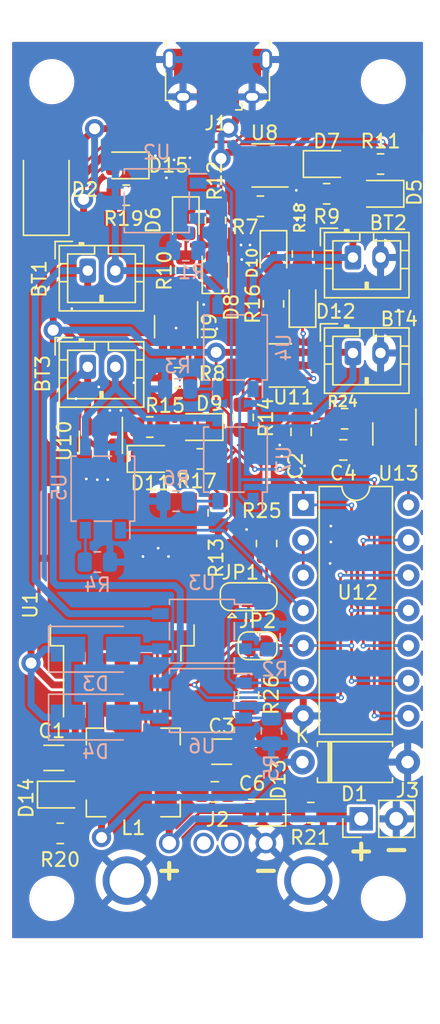
<source format=kicad_pcb>
(kicad_pcb (version 20211014) (generator pcbnew)
  (layers (0 "F.Cu" signal) (31 "B.Cu" signal) (34 "B.Paste" user) (35 "F.Paste" user) (36 "B.SilkS" user "B.Silkscreen") (37 "F.SilkS" user "F.Silkscreen") (38 "B.Mask" user) (39 "F.Mask" user) (44 "Edge.Cuts" user))
  (net 0 "")
  (net 1 "BT1")
  (net 2 "Net-(BT1-Pad2)")
  (net 3 "BT2")
  (net 4 "GND")
  (net 5 "BT3")
  (net 6 "Net-(BT3-Pad2)")
  (net 7 "BT4")
  (net 8 "VRAW")
  (net 9 "5V")
  (net 10 "Net-(C4-Pad1)")
  (net 11 "Net-(D1-Pad1)")
  (net 12 "VBUS")
  (net 13 "Net-(D3-Pad2)")
  (net 14 "Net-(D4-Pad2)")
  (net 15 "Net-(D5-Pad2)")
  (net 16 "Net-(D6-Pad2)")
  (net 17 "Net-(D7-Pad1)")
  (net 18 "Net-(D7-Pad2)")
  (net 19 "Net-(D8-Pad1)")
  (net 20 "Net-(D8-Pad2)")
  (net 21 "Net-(D9-Pad2)")
  (net 22 "Net-(D10-Pad2)")
  (net 23 "Net-(D11-Pad1)")
  (net 24 "Net-(D11-Pad2)")
  (net 25 "Net-(D12-Pad1)")
  (net 26 "Net-(D12-Pad2)")
  (net 30 "Net-(R1-Pad1)")
  (net 31 "Net-(R2-Pad1)")
  (net 32 "Net-(R3-Pad1)")
  (net 33 "Net-(R4-Pad1)")
  (net 34 "Net-(R5-Pad1)")
  (net 35 "Net-(R6-Pad1)")
  (net 36 "Net-(R7-Pad1)")
  (net 37 "Net-(R8-Pad1)")
  (net 38 "Net-(R13-Pad1)")
  (net 39 "Net-(R14-Pad1)")
  (net 40 "Net-(R24-Pad2)")
  (net 41 "Net-(JP1-Pad3)")
  (net 42 "REG_EN")
  (net 43 "GND_CONN")
  (net 44 "VRAW_CONN")
  (net 45 "CROSS_CONN")
  (net 46 "Net-(U12-Pad2)")
  (net 47 "Net-(U12-Pad10)")
  (net 48 "Net-(U12-Pad14)")
  (net 51 "Net-(D13-Pad1)")
  (net 52 "Net-(D14-Pad1)")
  (net 53 "Net-(D15-Pad1)")
  (footprint "LED_SMD:LED_0805_2012Metric" (layer "F.Cu") (at 26.8 11.1 180)
    (fp_text reference "D5")
    (fp_text value "GREEN")
  )
  (footprint "Connector_PinHeader_2.54mm:PinHeader_1x02_P2.54mm_Vertical" (layer "F.Cu") (at 25.4 56.25 90)
    (fp_text reference "J3")
    (fp_text value "Conn_01x02_Male")
  )
  (footprint "Resistor_SMD:R_0805_2012Metric" (layer "F.Cu") (at 15.05 34.15 -90)
    (fp_text reference "R13")
    (fp_text value "10k")
  )
  (footprint "Jumper:SolderJumper-3_P1.3mm_Open_RoundedPad1.0x1.5mm" (layer "F.Cu") (at 17.25 40.2)
    (fp_text reference "JP1")
    (fp_text value "Jumper_3_Open")
  )
  (footprint "LED_SMD:LED_0805_2012Metric" (layer "F.Cu") (at 13.7 27.95 180)
    (fp_text reference "D9")
    (fp_text value "GREEN")
  )
  (footprint "Jumper:SolderJumper-2_P1.3mm_Bridged_RoundedPad1.0x1.5mm" (layer "F.Cu") (at 17.9 43.75)
    (fp_text reference "JP2")
    (fp_text value "Jumper_2_Bridged")
  )
  (footprint "Resistor_SMD:R_0805_2012Metric" (layer "F.Cu") (at 19.05 19.05 -90)
    (fp_text reference "R16")
    (fp_text value "470")
  )
  (footprint "Capacitor_SMD:C_0805_2012Metric" (layer "F.Cu") (at 21.05 28.3 -90)
    (fp_text reference "C2")
    (fp_text value "0.1uF")
  )
  (footprint "Package_TO_SOT_SMD:SOT-23-5" (layer "F.Cu") (at 6.55 29.05 -90)
    (fp_text reference "U10")
    (fp_text value "MCP73831-2-OT")
  )
  (footprint "Resistor_SMD:R_0805_2012Metric" (layer "F.Cu") (at 3.6125 57.3)
    (fp_text reference "R20")
    (fp_text value "1k")
  )
  (footprint "Capacitor_SMD:C_1206_3216Metric" (layer "F.Cu") (at 3.15 51.85 180)
    (fp_text reference "C1")
    (fp_text value "100uF")
  )
  (footprint "Resistor_SMD:R_0805_2012Metric" (layer "F.Cu") (at 16.85 27.25 -90)
    (fp_text reference "R14")
    (fp_text value "10k")
  )
  (footprint "Diode_THT:D_A-405_P7.62mm_Horizontal" (layer "F.Cu") (at 21.14 52.15)
    (fp_text reference "D1")
    (fp_text value "D_Zener")
  )
  (footprint "Resistor_SMD:R_0805_2012Metric" (layer "F.Cu") (at 24.2 27.35)
    (fp_text reference "R24")
    (fp_text value "10k")
  )
  (footprint "LED_SMD:LED_0805_2012Metric" (layer "F.Cu") (at 10.15 30.25)
    (fp_text reference "D11")
    (fp_text value "ORANGE")
  )
  (footprint "Connector_JST:JST_PH_B2B-PH-K_1x02_P2.00mm_Vertical" (layer "F.Cu") (at 5.6 16.65)
    (fp_text reference "BT1")
    (fp_text value "Battery_Cell")
  )
  (footprint "Resistor_SMD:R_0805_2012Metric" (layer "F.Cu") (at 26.8 8.95)
    (fp_text reference "R11")
    (fp_text value "470")
  )
  (footprint "Resistor_SMD:R_0805_2012Metric" (layer "F.Cu") (at 18.55 36.3625 -90)
    (fp_text reference "R25")
    (fp_text value "1k")
  )
  (footprint "LED_SMD:LED_0805_2012Metric" (layer "F.Cu") (at 8.35 9.05 180)
    (fp_text reference "D15")
    (fp_text value "RED")
  )
  (footprint "Package_TO_SOT_SMD:SOT-23-5" (layer "F.Cu") (at 27.8 28.45 -90)
    (fp_text reference "U13")
    (fp_text value "LD3985M33R_SOT23")
  )
  (footprint "Library:USB-A1HS" (layer "F.Cu") (at 15 58)
    (fp_text reference "J2")
    (fp_text value "USB_A")
  )
  (footprint "Inductor_SMD:L_Bourns-SRN6028" (layer "F.Cu") (at 8.9 52.9)
    (fp_text reference "L1")
    (fp_text value "47uH")
  )
  (footprint "Package_TO_SOT_SMD:SOT-23-5" (layer "F.Cu") (at 19.55 23.5 180)
    (fp_text reference "U11")
    (fp_text value "MCP73831-2-OT")
  )
  (footprint "Resistor_SMD:R_0805_2012Metric" (layer "F.Cu") (at 12.7 16.6125 -90)
    (fp_text reference "R10")
    (fp_text value "470")
  )
  (footprint "Resistor_SMD:R_0805_2012Metric" (layer "F.Cu") (at 21.75 55.8)
    (fp_text reference "R21")
    (fp_text value "1k")
  )
  (footprint "Package_TO_SOT_SMD:TO-263-5_TabPin3" (layer "F.Cu") (at 8.1 40.8 90)
    (fp_text reference "U1")
    (fp_text value "TS2596CM550")
  )
  (footprint "Resistor_SMD:R_0805_2012Metric" (layer "F.Cu") (at 17.25 47.3 -90)
    (fp_text reference "R26")
    (fp_text value "10k")
  )
  (footprint "LED_SMD:LED_0805_2012Metric" (layer "F.Cu") (at 14.85 16.6125 90)
    (fp_text reference "D8")
    (fp_text value "ORANGE")
  )
  (footprint "Resistor_SMD:R_0805_2012Metric" (layer "F.Cu") (at 8.3875 11.2 180)
    (fp_text reference "R19")
    (fp_text value "1k")
  )
  (footprint "Capacitor_SMD:C_1206_3216Metric" (layer "F.Cu") (at 15.3 51.4)
    (fp_text reference "C3")
    (fp_text value "100uF")
  )
  (footprint "Resistor_SMD:R_0805_2012Metric" (layer "F.Cu") (at 18.1 12)
    (fp_text reference "R7")
    (fp_text value "10k")
  )
  (footprint "Diode_SMD:D_SMA" (layer "F.Cu") (at 2.6 10.7 90)
    (fp_text reference "D2")
    (fp_text value "D")
  )
  (footprint "Connector_JST:JST_PH_B2B-PH-K_1x02_P2.00mm_Vertical" (layer "F.Cu") (at 5.6 23.6)
    (fp_text reference "BT3")
    (fp_text value "Battery_Cell")
  )
  (footprint "Package_TO_SOT_SMD:SOT-23-5" (layer "F.Cu") (at 12 20.7 -90)
    (fp_text reference "U9")
    (fp_text value "MCP73831-2-OT")
  )
  (footprint "LED_SMD:LED_0805_2012Metric" (layer "F.Cu") (at 3.65 54.5)
    (fp_text reference "D14")
    (fp_text value "RED")
  )
  (footprint "Connector_JST:JST_PH_B2B-PH-K_1x02_P2.00mm_Vertical" (layer "F.Cu") (at 24.8 15.7)
    (fp_text reference "BT2")
    (fp_text value "Battery_Cell")
  )
  (footprint "LED_SMD:LED_0805_2012Metric" (layer "F.Cu") (at 12.7 13.0125 -90)
    (fp_text reference "D6")
    (fp_text value "GREEN")
  )
  (footprint "Package_DIP:DIP-14_W7.62mm" (layer "F.Cu") (at 21.2 33.575)
    (fp_text reference "U12")
    (fp_text value "CD40106BE")
  )
  (footprint "LED_SMD:LED_0805_2012Metric" (layer "F.Cu") (at 22.9 8.95)
    (fp_text reference "D7")
    (fp_text value "ORANGE")
  )
  (footprint "Capacitor_SMD:C_0805_2012Metric" (layer "F.Cu") (at 24.1 29.6 180)
    (fp_text reference "C4")
    (fp_text value "10n")
  )
  (footprint "Resistor_SMD:R_0805_2012Metric" (layer "F.Cu") (at 21.15 15.45 90)
    (fp_text reference "R18")
    (fp_text value "470")
  )
  (footprint "Resistor_SMD:R_0805_2012Metric" (layer "F.Cu") (at 14.85 13.0125 90)
    (fp_text reference "R12")
    (fp_text value "470")
  )
  (footprint "LED_SMD:LED_0805_2012Metric" (layer "F.Cu") (at 19.05 15.45 -90)
    (fp_text reference "D10")
    (fp_text value "GREEN")
  )
  (footprint "LED_SMD:LED_0805_2012Metric" (layer "F.Cu") (at 21.15 19.05 90)
    (fp_text reference "D12")
    (fp_text value "ORANGE")
  )
  (footprint "Resistor_SMD:R_0805_2012Metric" (layer "F.Cu") (at 12.1 24.4 180)
    (fp_text reference "R8")
    (fp_text value "10k")
  )
  (footprint "Resistor_SMD:R_0805_2012Metric" (layer "F.Cu") (at 13.75 30.25)
    (fp_text reference "R17")
    (fp_text value "470")
  )
  (footprint "Package_TO_SOT_SMD:SOT-23-5" (layer "F.Cu") (at 18.3 9.05 180)
    (fp_text reference "U8")
    (fp_text value "MCP73831-2-OT")
  )
  (footprint "Connector_USB:USB_Micro-B_Amphenol_10118194_Horizontal" (layer "F.Cu") (at 15 2.7 180)
    (fp_text reference "J1")
    (fp_text value "USB_B_Micro")
  )
  (footprint "LED_SMD:LED_0805_2012Metric" (layer "F.Cu") (at 18.25 55.8 180)
    (fp_text reference "D13")
    (fp_text value "RED")
  )
  (footprint "Connector_JST:JST_PH_B2B-PH-K_1x02_P2.00mm_Vertical" (layer "F.Cu") (at 24.8 22.6)
    (fp_text reference "BT4")
    (fp_text value "Battery_Cell")
  )
  (footprint "Resistor_SMD:R_0805_2012Metric" (layer "F.Cu") (at 22.9 11.1 180)
    (fp_text reference "R9")
    (fp_text value "470")
  )
  (footprint "Capacitor_SMD:C_0805_2012Metric" (layer "F.Cu") (at 14.8 54.3)
    (fp_text reference "C6")
    (fp_text value "0.1uF")
  )
  (footprint "Resistor_SMD:R_0805_2012Metric" (layer "F.Cu") (at 10.1 27.95 180)
    (fp_text reference "R15")
    (fp_text value "470")
  )
  (footprint "Package_SO:SO-4_4.4x4.3mm_P2.54mm" (layer "B.Cu") (at 6.7 32.4 90)
    (fp_text reference "U5")
    (fp_text value "ASSR-1218")
  )
  (footprint "Diode_SMD:D_SMA" (layer "B.Cu") (at 6.17 48.9)
    (fp_text reference "D4")
    (fp_text value "D")
  )
  (footprint "Diode_SMD:D_SMA" (layer "B.Cu") (at 6.17 44)
    (fp_text reference "D3")
    (fp_text value "D")
  )
  (footprint "Package_SO:SO-4_4.4x4.3mm_P2.54mm" (layer "B.Cu") (at 10.6 11.6 180)
    (fp_text reference "U2")
    (fp_text value "ASSR-1218")
  )
  (footprint "Resistor_SMD:R_0805_2012Metric" (layer "B.Cu") (at 12 33.3 180)
    (fp_text reference "R6")
    (fp_text value "1k")
  )
  (footprint "Package_SO:SO-4_4.4x4.3mm_P2.54mm" (layer "B.Cu") (at 13.87 42.7 180)
    (fp_text reference "U3")
    (fp_text value "ASSR-1218")
  )
  (footprint "Resistor_SMD:R_0805_2012Metric" (layer "B.Cu") (at 18.9 49.9 -90)
    (fp_text reference "R5")
    (fp_text value "1k")
  )
  (footprint "Resistor_SMD:R_0805_2012Metric" (layer "B.Cu") (at 12.1125 25.2 180)
    (fp_text reference "R3")
    (fp_text value "1k")
  )
  (footprint "Package_SO:SO-4_4.4x4.3mm_P2.54mm" (layer "B.Cu") (at 16.3 22.2 90)
    (fp_text reference "U4")
    (fp_text value "ASSR-1218")
  )
  (footprint "Package_SO:SO-4_4.4x4.3mm_P2.54mm" (layer "B.Cu") (at 16.3 30.3 90)
    (fp_text reference "U7")
    (fp_text value "ASSR-1218")
  )
  (footprint "Resistor_SMD:R_0805_2012Metric" (layer "B.Cu") (at 6.3 37.7)
    (fp_text reference "R4")
    (fp_text value "1k")
  )
  (footprint "Resistor_SMD:R_0805_2012Metric" (layer "B.Cu") (at 12.7 15.2 180)
    (fp_text reference "R1")
    (fp_text value "1k")
  )
  (footprint "Resistor_SMD:R_0805_2012Metric" (layer "B.Cu") (at 18.8 43.1 90)
    (fp_text reference "R2")
    (fp_text value "1k")
  )
  (footprint "Package_SO:SO-4_4.4x4.3mm_P2.54mm" (layer "B.Cu") (at 13.87 47.7 180)
    (fp_text reference "U6")
    (fp_text value "ASSR-1218")
  )
  (gr_circle (center 3 3) (end 4.5 3) (layer "Edge.Cuts") (width 0.01) (fill none))
  (gr_circle (center 27 3) (end 28.5 3) (layer "Edge.Cuts") (width 0.01) (fill none))
  (gr_rect (start 0 0) (end 30 65) (layer "Edge.Cuts") (width 0.01) (fill none))
  (gr_circle (center 27 62) (end 28.5 62) (layer "Edge.Cuts") (width 0.01) (fill none))
  (gr_circle (center 3 62) (end 4.5 62) (layer "Edge.Cuts") (width 0.01) (fill none))
  (gr_text "-" (at 18.5 59.9) (layer "F.SilkS") (effects (font (size 1.5 1.5) (thickness 0.3))))
  (gr_text "+" (at 25.4 58.5) (layer "F.SilkS") (effects (font (size 1.5 1.5) (thickness 0.3))))
  (gr_text "-" (at 27.95 58.4) (layer "F.SilkS") (effects (font (size 1.5 1.5) (thickness 0.3))))
  (gr_text "+" (at 11.5 59.9) (layer "F.SilkS") (effects (font (size 1.5 1.5) (thickness 0.3))))
  (segment (start 5.6 18.4) (end 5.6 16.65) (width 0.5) (layer "F.Cu") (net 1))
  (segment (start 6.7625 19.5625) (end 5.6 18.4) (width 0.5) (layer "F.Cu") (net 1))
  (segment (start 11.05 19.5625) (end 6.7625 19.5625) (width 0.5) (layer "F.Cu") (net 1))
  (segment (start 3.55 16.65) (end 1.8 18.4) (width 0.5) (layer "B.Cu") (net 1))
  (segment (start 4.23 41.43) (end 10.87 41.43) (width 0.5) (layer "B.Cu") (net 1))
  (segment (start 5.6 16.65) (end 3.55 16.65) (width 0.5) (layer "B.Cu") (net 1))
  (segment (start 1.8 18.4) (end 1.8 39) (width 0.5) (layer "B.Cu") (net 1))
  (segment (start 1.8 39) (end 4.23 41.43) (width 0.5) (layer "B.Cu") (net 1))
  (segment (start 7.6 16.65) (end 7.6 12.87) (width 0.5) (layer "B.Cu") (net 2))
  (segment (start 13.55 16.65) (end 7.6 16.65) (width 0.5) (layer "B.Cu") (net 2))
  (segment (start 15.03 19.2) (end 15.03 18.13) (width 0.5) (layer "B.Cu") (net 2))
  (segment (start 15.03 18.13) (end 13.55 16.65) (width 0.5) (layer "B.Cu") (net 2))
  (segment (start 22.2 6.3) (end 20.4 8.1) (width 0.5) (layer "F.Cu") (net 3))
  (segment (start 28.05 12.95) (end 29.15048 11.84952) (width 0.5) (layer "F.Cu") (net 3))
  (segment (start 24.8 15.7) (end 24.8 14.55) (width 0.5) (layer "F.Cu") (net 3))
  (segment (start 27.8 6.3) (end 22.2 6.3) (width 0.5) (layer "F.Cu") (net 3))
  (segment (start 26.4 12.95) (end 28.05 12.95) (width 0.5) (layer "F.Cu") (net 3))
  (segment (start 24.8 14.55) (end 26.4 12.95) (width 0.5) (layer "F.Cu") (net 3))
  (segment (start 29.15048 11.84952) (end 29.15048 7.65048) (width 0.5) (layer "F.Cu") (net 3))
  (segment (start 29.15048 7.65048) (end 27.8 6.3) (width 0.5) (layer "F.Cu") (net 3))
  (segment (start 20.4 8.1) (end 19.4375 8.1) (width 0.5) (layer "F.Cu") (net 3))
  (segment (start 17.57 19.2) (end 17.57 17.13) (width 0.5) (layer "B.Cu") (net 3))
  (segment (start 19 15.7) (end 24.8 15.7) (width 0.5) (layer "B.Cu") (net 3))
  (segment (start 17.57 17.13) (end 19 15.7) (width 0.5) (layer "B.Cu") (net 3))
  (via (at 10.5 8.35) (size 0.4) (drill 0.2) (layers "F.Cu" "B.Cu") (net 4))
  (via (at 10.7 36.7) (size 0.4) (drill 0.2) (layers "F.Cu" "B.Cu") (net 4))
  (via (at 19.65 30.05) (size 0.4) (drill 0.2) (layers "F.Cu" "B.Cu") (net 4))
  (via (at 23.2 35.1) (size 0.4) (drill 0.2) (layers "F.Cu" "B.Cu") (net 4))
  (via (at 11.45 37.3) (size 0.4) (drill 0.2) (layers "F.Cu" "B.Cu") (net 4))
  (via (at 17.35 14.8) (size 0.4) (drill 0.2) (layers "F.Cu" "B.Cu") (net 4))
  (via (at 20.8 12.95) (size 0.4) (drill 0.2) (layers "F.Cu" "B.Cu") (net 4))
  (via (at 6.4 25.05) (size 0.4) (drill 0.2) (layers "F.Cu" "B.Cu") (net 4))
  (via (at 13 8.5) (size 0.4) (drill 0.2) (layers "F.Cu" "B.Cu") (net 4))
  (via (at 28.1 19.5) (size 0.4) (drill 0.2) (layers "F.Cu" "B.Cu") (net 4))
  (via (at 8 26.75) (size 0.4) (drill 0.2) (layers "F.Cu" "B.Cu") (net 4))
  (via (at 6.3 31.75) (size 0.4) (drill 0.2) (layers "F.Cu" "B.Cu") (net 4))
  (via (at 23.2 36.25) (size 0.4) (drill 0.2) (layers "F.Cu" "B.Cu") (net 4))
  (via (at 11.3 9.95) (size 0.4) (drill 0.2) (layers "F.Cu" "B.Cu") (net 4))
  (via (at 21.3 30.75) (size 0.4) (drill 0.2) (layers "F.Cu" "B.Cu") (net 4))
  (via (at 23.8 19.6) (size 0.4) (drill 0.2) (layers "F.Cu" "B.Cu") (net 4))
  (via (at 11.85 8.65) (size 0.4) (drill 0.2) (layers "F.Cu" "B.Cu") (net 4))
  (via (at 16.75 15.85) (size 0.4) (drill 0.2) (layers "F.Cu" "B.Cu") (net 4))
  (via (at 7.2 26.75) (size 0.4) (drill 0.2) (layers "F.Cu" "B.Cu") (net 4))
  (via (at 5.5 31.7) (size 0.4) (drill 0.2) (layers "F.Cu" "B.Cu") (net 4))
  (via (at 4.75 25.9) (size 0.4) (drill 0.2) (layers "F.Cu" "B.Cu") (net 4))
  (via (at 17.1 35.35) (size 0.4) (drill 0.2) (layers "F.Cu" "B.Cu") (net 4))
  (via (at 9.6 37.3) (size 0.4) (drill 0.2) (layers "F.Cu" "B.Cu") (net 4))
  (via (at 4.45 19.4) (size 0.4) (drill 0.2) (layers "F.Cu" "B.Cu") (net 4))
  (via (at 20.7 10.85) (size 0.4) (drill 0.2) (layers "F.Cu" "B.Cu") (net 4))
  (via (at 20.7 11.85) (size 0.4) (drill 0.2) (layers "F.Cu" "B.Cu") (net 4))
  (via (at 12 20.8) (size 0.4) (drill 0.2) (layers "F.Cu" "B.Cu") (net 4))
  (via (at 19.5 29.25) (size 0.4) (drill 0.2) (layers "F.Cu" "B.Cu") (net 4))
  (via (at 7.05 31.75) (size 0.4) (drill 0.2) (layers "F.Cu" "B.Cu") (net 4))
  (via (at 14 19.1) (size 0.4) (drill 0.2) (layers "F.Cu" "B.Cu") (net 4))
  (via (at 8.95 24.75) (size 0.4) (drill 0.2) (layers "F.Cu" "B.Cu") (net 4))
  (via (at 23.15 37.8) (size 0.4) (drill 0.2) (layers "F.Cu" "B.Cu") (net 4))
  (via (at 16.7 14.8) (size 0.4) (drill 0.2) (layers "F.Cu" "B.Cu") (net 4))
  (via (at 14.95 20.85) (size 0.4) (drill 0.2) (layers "F.Cu" "B.Cu") (net 4))
  (segment (start 5.6 27.9125) (end 5.6 23.6) (width 0.5) (layer "F.Cu") (net 5))
  (segment (start 3.4 39.4) (end 11.9 39.4) (width 0.5) (layer "B.Cu") (net 5))
  (segment (start 12.3 45) (end 10.87 46.43) (width 0.5) (layer "B.Cu") (net 5))
  (segment (start 3.1 39.1) (end 3.4 39.4) (width 0.5) (layer "B.Cu") (net 5))
  (segment (start 5.6 23.6) (end 3.1 26.1) (width 0.5) (layer "B.Cu") (net 5))
  (segment (start 3.1 26.1) (end 3.1 39.1) (width 0.5) (layer "B.Cu") (net 5))
  (segment (start 12.3 39.8) (end 12.3 45) (width 0.5) (layer "B.Cu") (net 5))
  (segment (start 11.9 39.4) (end 12.3 39.8) (width 0.5) (layer "B.Cu") (net 5))
  (segment (start 15.03 27.3) (end 9.8 27.3) (width 0.5) (layer "B.Cu") (net 6))
  (segment (start 7.6 25.1) (end 5.43 27.27) (width 0.5) (layer "B.Cu") (net 6))
  (segment (start 5.43 27.27) (end 5.43 29.4) (width 0.5) (layer "B.Cu") (net 6))
  (segment (start 9.8 27.3) (end 7.6 25.1) (width 0.5) (layer "B.Cu") (net 6))
  (segment (start 7.6 25.1) (end 7.6 23.6) (width 0.5) (layer "B.Cu") (net 6))
  (segment (start 24.75 22.55) (end 24.8 22.6) (width 0.5) (layer "F.Cu") (net 7))
  (segment (start 20.6875 22.55) (end 24.75 22.55) (width 0.5) (layer "F.Cu") (net 7))
  (segment (start 24.8 24.5) (end 24.8 22.6) (width 0.5) (layer "B.Cu") (net 7))
  (segment (start 17.57 27.3) (end 22 27.3) (width 0.5) (layer "B.Cu") (net 7))
  (segment (start 22 27.3) (end 24.8 24.5) (width 0.5) (layer "B.Cu") (net 7))
  (segment (start 6.95 7.35) (end 2.6 11.7) (width 0.2) (layer "F.Cu") (net 8))
  (segment (start 29.7 7.25) (end 28.05 5.6) (width 0.2) (layer "F.Cu") (net 8))
  (segment (start 1.5 33.4) (end 1.5 38.3) (width 0.5) (layer "F.Cu") (net 8))
  (segment (start 28.05 5.6) (end 18.05 5.6) (width 0.2) (layer "F.Cu") (net 8))
  (segment (start 1.5 15.8) (end 2.6 14.7) (width 0.5) (layer "F.Cu") (net 8))
  (segment (start 2.6 14.7) (end 2.6 12.7) (width 0.5) (layer "F.Cu") (net 8))
  (segment (start 4.5875 54.5) (end 4.5875 51.8875) (width 0.2) (layer "F.Cu") (net 8))
  (segment (start 1.5 38.3) (end 1.5 45) (width 0.5) (layer "F.Cu") (net 8))
  (segment (start 4.7 51.775) (end 4.7 46.575) (width 0.5) (layer "F.Cu") (net 8))
  (segment (start 16.3 7.35) (end 6.95 7.35) (width 0.2) (layer "F.Cu") (net 8))
  (segment (start 1.5 33.4) (end 1.5 15.8) (width 0.5) (layer "F.Cu") (net 8))
  (segment (start 4.625 51.85) (end 4.7 51.775) (width 0.5) (layer "F.Cu") (net 8))
  (segment (start 28.75 26.45) (end 29.7 25.5) (width 0.2) (layer "F.Cu") (net 8))
  (segment (start 28.75 27.3125) (end 28.75 26.45) (width 0.2) (layer "F.Cu") (net 8))
  (segment (start 2.6 11.7) (end 2.6 12.7) (width 0.2) (layer "F.Cu") (net 8))
  (segment (start 21.05 27.35) (end 23.2875 27.35) (width 0.2) (layer "F.Cu") (net 8))
  (segment (start 18.55 35.45) (end 18.55 29.2) (width 0.2) (layer "F.Cu") (net 8))
  (segment (start 20.4 27.35) (end 21.05 27.35) (width 0.2) (layer "F.Cu") (net 8))
  (segment (start 29.7 25.5) (end 29.7 7.25) (width 0.2) (layer "F.Cu") (net 8))
  (segment (start 4.5875 51.8875) (end 4.625 51.85) (width 0.2) (layer "F.Cu") (net 8))
  (segment (start 23.2875 27.35) (end 23.2875 26.1625) (width 0.2) (layer "F.Cu") (net 8))
  (segment (start 18.05 5.6) (end 16.3 7.35) (width 0.2) (layer "F.Cu") (net 8))
  (segment (start 27.685717 25.9) (end 28.75 26.964283) (width 0.2) (layer "F.Cu") (net 8))
  (segment (start 3.075 46.575) (end 4.7 46.575) (width 0.5) (layer "F.Cu") (net 8))
  (segment (start 18.55 29.2) (end 20.4 27.35) (width 0.2) (layer "F.Cu") (net 8))
  (segment (start 23.2875 26.1625) (end 23.55 25.9) (width 0.2) (layer "F.Cu") (net 8))
  (segment (start 28.75 26.964283) (end 28.75 27.3125) (width 0.2) (layer "F.Cu") (net 8))
  (segment (start 1.5 45) (end 3.075 46.575) (width 0.5) (layer "F.Cu") (net 8))
  (segment (start 23.55 25.9) (end 27.685717 25.9) (width 0.2) (layer "F.Cu") (net 8))
  (via (at 1.5 45) (size 1.4) (drill 0.8) (layers "F.Cu" "B.Cu") (net 8))
  (segment (start 2.5 44) (end 1.5 45) (width 0.5) (layer "B.Cu") (net 8))
  (segment (start 4.17 48.9) (end 2.4 48.9) (width 0.5) (layer "B.Cu") (net 8))
  (segment (start 4.17 44) (end 2.5 44) (width 0.5) (layer "B.Cu") (net 8))
  (segment (start 4.17 44) (end 4.17 48.9) (width 0.5) (layer "B.Cu") (net 8))
  (segment (start 1.5 48) (end 1.5 45) (width 0.5) (layer "B.Cu") (net 8))
  (segment (start 2.4 48.9) (end 1.5 48) (width 0.5) (layer "B.Cu") (net 8))
  (segment (start 12.75 51.4) (end 11.25 52.9) (width 0.5) (layer "F.Cu") (net 9))
  (segment (start 17.3125 55.8) (end 13.7 55.8) (width 0.2) (layer "F.Cu") (net 9))
  (segment (start 10 52.9) (end 11.25 52.9) (width 0.2) (layer "F.Cu") (net 9))
  (segment (start 13.85 51.425) (end 13.825 51.4) (width 0.5) (layer "F.Cu") (net 9))
  (segment (start 9.8 46.575) (end 9.8 52.7) (width 0.2) (layer "F.Cu") (net 9))
  (segment (start 13.825 51.4) (end 12.75 51.4) (width 0.5) (layer "F.Cu") (net 9))
  (segment (start 13.85 54.3) (end 12.65 54.3) (width 0.5) (layer "F.Cu") (net 9))
  (segment (start 11.5 56.7) (end 11.5 58) (width 0.5) (layer "F.Cu") (net 9))
  (segment (start 9.8 52.7) (end 10 52.9) (width 0.2) (layer "F.Cu") (net 9))
  (segment (start 11.25 56.45) (end 11.5 56.7) (width 0.5) (layer "F.Cu") (net 9))
  (segment (start 11.25 52.9) (end 11.25 56.45) (width 0.5) (layer "F.Cu") (net 9))
  (segment (start 13.7 55.8) (end 11.5 58) (width 0.2) (layer "F.Cu") (net 9))
  (segment (start 13.85 54.3) (end 13.85 51.425) (width 0.5) (layer "F.Cu") (net 9))
  (segment (start 12.65 54.3) (end 11.25 52.9) (width 0.5) (layer "F.Cu") (net 9))
  (segment (start 13.25 56.25) (end 11.5 58) (width 0.5) (layer "B.Cu") (net 9))
  (segment (start 25.4 56.25) (end 13.25 56.25) (width 0.5) (layer "B.Cu") (net 9))
  (segment (start 25.05 29.6) (end 26.8375 29.6) (width 0.2) (layer "F.Cu") (net 10))
  (segment (start 26.8375 29.6) (end 26.85 29.5875) (width 0.2) (layer "F.Cu") (net 10))
  (segment (start 6.55 46.725) (end 6.4 46.575) (width 0.5) (layer "F.Cu") (net 11))
  (segment (start 6.6 57.6) (end 6.6 52.95) (width 0.5) (layer "F.Cu") (net 11))
  (segment (start 6.6 52.95) (end 6.55 52.9) (width 0.5) (layer "F.Cu") (net 11))
  (segment (start 6.55 52.9) (end 6.55 46.725) (width 0.5) (layer "F.Cu") (net 11))
  (via (at 6.6 57.6) (size 1.4) (drill 0.8) (layers "F.Cu" "B.Cu") (net 11))
  (segment (start 6.6 57.6) (end 9.5 54.7) (width 0.5) (layer "B.Cu") (net 11))
  (segment (start 19.95 52.15) (end 21.14 52.15) (width 0.5) (layer "B.Cu") (net 11))
  (segment (start 17.4 54.7) (end 19.95 52.15) (width 0.5) (layer "B.Cu") (net 11))
  (segment (start 9.5 54.7) (end 17.4 54.7) (width 0.5) (layer "B.Cu") (net 11))
  (segment (start 21.2 32.1) (end 20.1 31) (width 0.2) (layer "F.Cu") (net 12))
  (segment (start 3.1 20.95) (end 3.1 28.65) (width 0.5) (layer "F.Cu") (net 12))
  (segment (start 5.3 10.55) (end 5.3 11.5) (width 0.2) (layer "F.Cu") (net 12))
  (segment (start 15.25 8.55) (end 15.25 11.7) (width 0.2) (layer "F.Cu") (net 12))
  (segment (start 15.8 29.1) (end 15.8 27) (width 0.2) (layer "F.Cu") (net 12))
  (segment (start 15.8 27) (end 14.9 26.1) (width 0.2) (layer "F.Cu") (net 12))
  (segment (start 15.25 11.7) (end 14.85 12.1) (width 0.2) (layer "F.Cu") (net 12))
  (segment (start 27.7125 8.1125) (end 26.95 7.35) (width 0.2) (layer "F.Cu") (net 12))
  (segment (start 27.7125 8.95) (end 27.7125 8.1125) (width 0.2) (layer "F.Cu") (net 12))
  (segment (start 15.7 8.1) (end 15.25 8.55) (width 0.5) (layer "F.Cu") (net 12))
  (segment (start 6.8 9.05) (end 5.3 10.55) (width 0.2) (layer "F.Cu") (net 12))
  (segment (start 17.7 31) (end 16.325 29.625) (width 0.2) (layer "F.Cu") (net 12))
  (segment (start 17.1625 8.1) (end 15.7 8.1) (width 0.5) (layer "F.Cu") (net 12))
  (segment (start 16.325 29.625) (end 15.8 29.1) (width 0.2) (layer "F.Cu") (net 12))
  (segment (start 14.6625 30.25) (end 15.7 30.25) (width 0.2) (layer "F.Cu") (net 12))
  (segment (start 3.1 20.95) (end 3.95 20.95) (width 0.5) (layer "F.Cu") (net 12))
  (segment (start 24.7 41.2) (end 24.7 33.6) (width 0.2) (layer "F.Cu") (net 12))
  (segment (start 21.15 14) (end 20.75 13.6) (width 0.2) (layer "F.Cu") (net 12))
  (segment (start 21.2 33.575) (end 21.2 32.1) (width 0.2) (layer "F.Cu") (net 12))
  (segment (start 24.7 43.75) (end 24.7 41.2) (width 0.2) (layer "F.Cu") (net 12))
  (segment (start 18.565 43.735) (end 18.55 43.75) (width 0.2) (layer "F.Cu") (net 12))
  (segment (start 4.6375 30.1875) (end 5.6 30.1875) (width 0.5) (layer "F.Cu") (net 12))
  (segment (start 3.1 16.2) (end 3.1 20.95) (width 0.5) (layer "F.Cu") (net 12))
  (segment (start 3.1 28.65) (end 4.6375 30.1875) (width 0.5) (layer "F.Cu") (net 12))
  (segment (start 20.1 31) (end 19.5 31) (width 0.2) (layer "F.Cu") (net 12))
  (segment (start 20.75 13.6) (end 16.35 13.6) (width 0.2) (layer "F.Cu") (net 12))
  (segment (start 21.2 43.735) (end 18.565 43.735) (width 0.2) (layer "F.Cu") (net 12))
  (segment (start 16.35 13.6) (end 14.85 12.1) (width 0.2) (layer "F.Cu") (net 12))
  (segment (start 14.9 22.55) (end 18.4125 22.55) (width 0.5) (layer "F.Cu") (net 12))
  (segment (start 5.3 14) (end 3.1 16.2) (width 0.5) (layer "F.Cu") (net 12))
  (segment (start 3.95 20.95) (end 4.8375 21.8375) (width 0.5) (layer "F.Cu") (net 12))
  (segment (start 7.4125 9.05) (end 6.8 9.05) (width 0.2) (layer "F.Cu") (net 12))
  (segment (start 14.9 26.1) (end 14.9 22.55) (width 0.2) (layer "F.Cu") (net 12))
  (segment (start 21.15 14.5375) (end 21.15 14) (width 0.2) (layer "F.Cu") (net 12))
  (segment (start 15.7 30.25) (end 16.325 29.625) (width 0.2) (layer "F.Cu") (net 12))
  (segment (start 5.3 11.5) (end 5.3 14) (width 0.5) (layer "F.Cu") (net 12))
  (segment (start 16.3 5.9) (end 15.8 6.4) (width 0.5) (layer "F.Cu") (net 12))
  (segment (start 15.8 6.4) (end 6.1 6.4) (width 0.5) (layer "F.Cu") (net 12))
  (segment (start 24.7 46.3) (end 24.7 43.75) (width 0.2) (layer "F.Cu") (net 12))
  (segment (start 3.8 8.7) (end 2.6 8.7) (width 0.5) (layer "F.Cu") (net 12))
  (segment (start 16.3 4.1) (end 16.3 5.9) (width 0.5) (layer "F.Cu") (net 12))
  (segment (start 4.8375 21.8375) (end 11.05 21.8375) (width 0.5) (layer "F.Cu") (net 12))
  (segment (start 6.1 6.4) (end 3.8 8.7) (width 0.5) (layer "F.Cu") (net 12))
  (via (at 6.1 6.4) (size 1.4) (drill 0.8) (layers "F.Cu" "B.Cu") (net 12))
  (via (at 24.7 33.6) (size 0.4) (drill 0.2) (layers "F.Cu" "B.Cu") (net 12))
  (via (at 19.5 31) (size 0.4) (drill 0.2) (layers "F.Cu" "B.Cu") (net 12))
  (via (at 24.7 41.2) (size 0.4) (drill 0.2) (layers "F.Cu" "B.Cu") (net 12))
  (via (at 26.95 7.35) (size 0.4) (drill 0.2) (layers "F.Cu" "B.Cu") (net 12))
  (via (at 15.8 6.3505) (size 1.4) (drill 0.8) (layers "F.Cu" "B.Cu") (net 12))
  (via (at 24.7 43.75) (size 0.4) (drill 0.2) (layers "F.Cu" "B.Cu") (net 12))
  (via (at 17.7 31) (size 0.4) (drill 0.2) (layers "F.Cu" "B.Cu") (net 12))
  (via (at 14.9 22.55) (size 1.4) (drill 0.8) (layers "F.Cu" "B.Cu") (net 12))
  (via (at 3.1 20.95) (size 1.4) (drill 0.8) (layers "F.Cu" "B.Cu") (net 12))
  (via (at 15.25 8.55) (size 1.4) (drill 0.8) (layers "F.Cu" "B.Cu") (net 12))
  (via (at 5.3 11.5) (size 1.4) (drill 0.8) (layers "F.Cu" "B.Cu") (net 12))
  (via (at 24.7 46.3) (size 0.4) (drill 0.2) (layers "F.Cu" "B.Cu") (net 12))
  (segment (start 10.25 22.55) (end 14.9 22.55) (width 0.5) (layer "B.Cu") (net 12))
  (segment (start 28.82 46.275) (end 24.725 46.275) (width 0.2) (layer "B.Cu") (net 12))
  (segment (start 8.65 20.95) (end 10.25 22.55) (width 0.5) (layer "B.Cu") (net 12))
  (segment (start 24.685 43.735) (end 24.7 43.75) (width 0.2) (layer "B.Cu") (net 12))
  (segment (start 16.7995 7.35) (end 15.8 6.3505) (width 0.2) (layer "B.Cu") (net 12))
  (segment (start 26.95 7.35) (end 16.7995 7.35) (width 0.2) (layer "B.Cu") (net 12))
  (segment (start 21.2 43.735) (end 24.685 43.735) (width 0.2) (layer "B.Cu") (net 12))
  (segment (start 3.1 20.95) (end 8.65 20.95) (width 0.5) (layer "B.Cu") (net 12))
  (segment (start 24.7 41.2) (end 24.705 41.195) (width 0.2) (layer "B.Cu") (net 12))
  (segment (start 6.1 10.7) (end 5.3 11.5) (width 0.5) (layer "B.Cu") (net 12))
  (segment (start 19.5 31) (end 17.7 31) (width 0.2) (layer "B.Cu") (net 12))
  (segment (start 24.705 41.195) (end 28.82 41.195) (width 0.2) (layer "B.Cu") (net 12))
  (segment (start 15.25 8.55) (end 15.25 6.9005) (width 0.5) (layer "B.Cu") (net 12))
  (segment (start 15.25 6.9005) (end 15.8 6.3505) (width 0.5) (layer "B.Cu") (net 12))
  (segment (start 24.675 33.575) (end 21.2 33.575) (width 0.2) (layer "B.Cu") (net 12))
  (segment (start 24.725 46.275) (end 24.7 46.3) (width 0.2) (layer "B.Cu") (net 12))
  (segment (start 6.1 6.4) (end 6.1 10.7) (width 0.5) (layer "B.Cu") (net 12))
  (segment (start 24.7 33.6) (end 24.675 33.575) (width 0.2) (layer "B.Cu") (net 12))
  (segment (start 10.87 43.97) (end 8.2 43.97) (width 0.5) (layer "B.Cu") (net 13))
  (segment (start 8.17 48.9) (end 10.8 48.9) (width 0.5) (layer "B.Cu") (net 14))
  (segment (start 25.8625 11.1) (end 23.8125 11.1) (width 0.2) (layer "F.Cu") (net 15))
  (segment (start 12.7 15.7) (end 12.7 13.95) (width 0.2) (layer "F.Cu") (net 16))
  (segment (start 19.4375 10) (end 20.35 10) (width 0.2) (layer "F.Cu") (net 17))
  (segment (start 21.9625 11.075) (end 21.9875 11.1) (width 0.2) (layer "F.Cu") (net 17))
  (segment (start 20.35 10) (end 21.4 8.95) (width 0.2) (layer "F.Cu") (net 17))
  (segment (start 21.9625 8.95) (end 21.9625 11.075) (width 0.2) (layer "F.Cu") (net 17))
  (segment (start 21.4 8.95) (end 21.9625 8.95) (width 0.2) (layer "F.Cu") (net 17))
  (segment (start 25.8875 8.95) (end 23.8375 8.95) (width 0.2) (layer "F.Cu") (net 18))
  (segment (start 12.7 18.3) (end 12.7 17.525) (width 0.2) (layer "F.Cu") (net 19))
  (segment (start 12.95 19.5625) (end 12.95 18.55) (width 0.2) (layer "F.Cu") (net 19))
  (segment (start 12.3 17.5625) (end 14.425 17.5625) (width 0.2) (layer "F.Cu") (net 19))
  (segment (start 12.95 18.55) (end 12.7 18.3) (width 0.2) (layer "F.Cu") (net 19))
  (segment (start 14.85 13.925) (end 14.85 15.675) (width 0.2) (layer "F.Cu") (net 20))
  (segment (start 12.7625 27.95) (end 11.0125 27.95) (width 0.2) (layer "F.Cu") (net 21))
  (segment (start 19.05 16.3875) (end 19.05 18.1375) (width 0.2) (layer "F.Cu") (net 22))
  (segment (start 7.5375 27.95) (end 7.5 27.9125) (width 0.2) (layer "F.Cu") (net 23))
  (segment (start 9.1875 27.95) (end 7.5375 27.95) (width 0.2) (layer "F.Cu") (net 23))
  (segment (start 9.2125 27.975) (end 9.1875 27.95) (width 0.2) (layer "F.Cu") (net 23))
  (segment (start 9.2125 30.25) (end 9.2125 27.975) (width 0.2) (layer "F.Cu") (net 23))
  (segment (start 11.025 30.25) (end 12.8375 30.25) (width 0.2) (layer "F.Cu") (net 24))
  (segment (start 21.15 21.15) (end 21.2 21.2) (width 0.2) (layer "F.Cu") (net 25))
  (segment (start 21.15 19.9875) (end 21.15 21.15) (width 0.2) (layer "F.Cu") (net 25))
  (segment (start 21.125 19.9625) (end 21.15 19.9875) (width 0.2) (layer "F.Cu") (net 25))
  (segment (start 19.05 19.9625) (end 21.125 19.9625) (width 0.2) (layer "F.Cu") (net 25))
  (segment (start 20.6875 24.45) (end 21.95 24.45) (width 0.2) (layer "F.Cu") (net 25))
  (via (at 21.95 24.45) (size 0.4) (drill 0.2) (layers "F.Cu" "B.Cu") (net 25))
  (via (at 21.2 21.2) (size 0.4) (drill 0.2) (layers "F.Cu" "B.Cu") (net 25))
  (segment (start 21.2 23.7) (end 21.95 24.45) (width 0.2) (layer "B.Cu") (net 25))
  (segment (start 21.2 21.2) (end 21.2 23.7) (width 0.2) (layer "B.Cu") (net 25))
  (segment (start 21.15 16.3625) (end 21.15 18.1125) (width 0.2) (layer "F.Cu") (net 26))
  (segment (start 13.6125 15.2) (end 13.6 15.1875) (width 0.2) (layer "B.Cu") (net 30))
  (segment (start 13.6 15.1875) (end 13.6 12.87) (width 0.2) (layer "B.Cu") (net 30))
  (segment (start 16.9125 44.0125) (end 16.87 43.97) (width 0.2) (layer "B.Cu") (net 31))
  (segment (start 18.8 44.0125) (end 16.9125 44.0125) (width 0.2) (layer "B.Cu") (net 31))
  (segment (start 13.025 25.2) (end 15.03 25.2) (width 0.2) (layer "B.Cu") (net 32))
  (segment (start 5.3875 37.7) (end 5.43 37.6575) (width 0.2) (layer "B.Cu") (net 33))
  (segment (start 5.43 37.6575) (end 5.43 35.4) (width 0.2) (layer "B.Cu") (net 33))
  (segment (start 18.9 48.9875) (end 18.8825 48.97) (width 0.2) (layer "B.Cu") (net 34))
  (segment (start 18.8825 48.97) (end 16.87 48.97) (width 0.2) (layer "B.Cu") (net 34))
  (segment (start 12.9125 33.3) (end 15.03 33.3) (width 0.2) (layer "B.Cu") (net 35))
  (segment (start 17.1875 10.025) (end 17.1625 10) (width 0.2) (layer "F.Cu") (net 36))
  (segment (start 17.1875 12) (end 17.1875 10.025) (width 0.2) (layer "F.Cu") (net 36))
  (segment (start 13.0125 24.4) (end 13.0125 21.9) (width 0.2) (layer "F.Cu") (net 37))
  (segment (start 13.0125 21.9) (end 12.95 21.8375) (width 0.2) (layer "F.Cu") (net 37))
  (segment (start 15.05 32.7) (end 15.05 33.2375) (width 0.2) (layer "F.Cu") (net 38))
  (segment (start 7.5 30.1875) (end 7.5 30.9) (width 0.2) (layer "F.Cu") (net 38))
  (segment (start 14.35 32) (end 15.05 32.7) (width 0.2) (layer "F.Cu") (net 38))
  (segment (start 8.6 32) (end 14.35 32) (width 0.2) (layer "F.Cu") (net 38))
  (segment (start 7.5 30.9) (end 8.6 32) (width 0.2) (layer "F.Cu") (net 38))
  (segment (start 18.4125 24.45) (end 17.4 24.45) (width 0.2) (layer "F.Cu") (net 39))
  (segment (start 16.85 25) (end 16.85 26.3375) (width 0.2) (layer "F.Cu") (net 39))
  (segment (start 17.4 24.45) (end 16.85 25) (width 0.2) (layer "F.Cu") (net 39))
  (segment (start 26.8125 27.35) (end 26.85 27.3125) (width 0.2) (layer "F.Cu") (net 40))
  (segment (start 25.1125 27.35) (end 26.8125 27.35) (width 0.2) (layer "F.Cu") (net 40))
  (segment (start 18.55 40.2) (end 18.55 37.275) (width 0.2) (layer "F.Cu") (net 41))
  (segment (start 17.25 46.3875) (end 17.25 43.75) (width 0.2) (layer "F.Cu") (net 42))
  (segment (start 23.9 38.65) (end 23.9 47.45) (width 0.2) (layer "F.Cu") (net 42))
  (segment (start 23.9 47.45) (end 23.95 47.5) (width 0.2) (layer "F.Cu") (net 42))
  (segment (start 17.25 43.75) (end 16.15 43.75) (width 0.2) (layer "F.Cu") (net 42))
  (segment (start 16.15 43.75) (end 13.325 46.575) (width 0.2) (layer "F.Cu") (net 42))
  (segment (start 17.25 40.2) (end 17.25 43.75) (width 0.2) (layer "F.Cu") (net 42))
  (segment (start 11.5 46.575) (end 13.325 46.575) (width 0.2) (layer "F.Cu") (net 42))
  (via (at 13.325 46.575) (size 0.4) (drill 0.2) (layers "F.Cu" "B.Cu") (net 42))
  (via (at 23.95 47.5) (size 0.4) (drill 0.2) (layers "F.Cu" "B.Cu") (net 42))
  (via (at 23.9 38.65) (size 0.4) (drill 0.2) (layers "F.Cu" "B.Cu") (net 42))
  (segment (start 28.82 38.655) (end 23.905 38.655) (width 0.2) (layer "B.Cu") (net 42))
  (segment (start 23.905 38.655) (end 23.9 38.65) (width 0.2) (layer "B.Cu") (net 42))
  (segment (start 23.95 47.5) (end 14.25 47.5) (width 0.2) (layer "B.Cu") (net 42))
  (segment (start 14.25 47.5) (end 13.325 46.575) (width 0.2) (layer "B.Cu") (net 42))
  (segment (start 16 11) (end 16 34.3) (width 0.2) (layer "B.Cu") (net 43))
  (segment (start 16 34.3) (end 14.9 35.4) (width 0.2) (layer "B.Cu") (net 43))
  (segment (start 15.33 10.33) (end 16 11) (width 0.2) (layer "B.Cu") (net 43))
  (segment (start 15.405 35.4) (end 14.9 35.4) (width 0.2) (layer "B.Cu") (net 43))
  (segment (start 21.2 41.195) (end 15.405 35.4) (width 0.2) (layer "B.Cu") (net 43))
  (segment (start 13.6 10.33) (end 15.33 10.33) (width 0.2) (layer "B.Cu") (net 43))
  (segment (start 14.9 35.4) (end 7.97 35.4) (width 0.2) (layer "B.Cu") (net 43))
  (segment (start 16.87 46.43) (end 21.045 46.43) (width 0.2) (layer "B.Cu") (net 44))
  (segment (start 16.87 46.43) (end 16.13 46.43) (width 0.2) (layer "B.Cu") (net 44))
  (segment (start 21.045 46.43) (end 21.2 46.275) (width 0.2) (layer "B.Cu") (net 44))
  (segment (start 15.8 41.9) (end 16.27 41.43) (width 0.2) (layer "B.Cu") (net 44))
  (segment (start 16.13 46.43) (end 15.8 46.1) (width 0.2) (layer "B.Cu") (net 44))
  (segment (start 16.27 41.43) (end 16.87 41.43) (width 0.2) (layer "B.Cu") (net 44))
  (segment (start 15.8 46.1) (end 15.8 41.9) (width 0.2) (layer "B.Cu") (net 44))
  (segment (start 26.35 48.8) (end 26.35 31.75) (width 0.2) (layer "F.Cu") (net 45))
  (via (at 26.35 48.8) (size 0.4) (drill 0.2) (layers "F.Cu" "B.Cu") (net 45))
  (via (at 26.35 31.75) (size 0.4) (drill 0.2) (layers "F.Cu" "B.Cu") (net 45))
  (segment (start 16.6 25.9) (end 17.3 25.2) (width 0.2) (layer "B.Cu") (net 45))
  (segment (start 16.6 32.9) (end 16.6 31.7) (width 0.2) (layer "B.Cu") (net 45))
  (segment (start 16.6 30.6) (end 16.6 25.9) (width 0.2) (layer "B.Cu") (net 45))
  (segment (start 26.365 48.815) (end 26.35 48.8) (width 0.2) (layer "B.Cu") (net 45))
  (segment (start 28.82 48.815) (end 26.365 48.815) (width 0.2) (layer "B.Cu") (net 45))
  (segment (start 26.35 31.75) (end 16.65 31.75) (width 0.2) (layer "B.Cu") (net 45))
  (segment (start 16.65 31.75) (end 16.6 31.7) (width 0.2) (layer "B.Cu") (net 45))
  (segment (start 17.3 25.2) (end 17.57 25.2) (width 0.2) (layer "B.Cu") (net 45))
  (segment (start 17.57 33.3) (end 17 33.3) (width 0.2) (layer "B.Cu") (net 45))
  (segment (start 17 33.3) (end 16.6 32.9) (width 0.2) (layer "B.Cu") (net 45))
  (segment (start 16.6 31.7) (end 16.6 30.6) (width 0.2) (layer "B.Cu") (net 45))
  (segment (start 21.2 38.655) (end 21.2 36.115) (width 0.2) (layer "F.Cu") (net 46))
  (segment (start 25.55 36.15) (end 25.55 43.75) (width 0.2) (layer "F.Cu") (net 47))
  (via (at 25.55 43.75) (size 0.4) (drill 0.2) (layers "F.Cu" "B.Cu") (net 47))
  (via (at 25.55 36.15) (size 0.4) (drill 0.2) (layers "F.Cu" "B.Cu") (net 47))
  (segment (start 26.815 36.115) (end 25.585 36.115) (width 0.2) (layer "B.Cu") (net 47))
  (segment (start 25.585 36.115) (end 25.55 36.15) (width 0.2) (layer "B.Cu") (net 47))
  (segment (start 25.565 43.735) (end 28.82 43.735) (width 0.2) (layer "B.Cu") (net 47))
  (segment (start 28.82 36.115) (end 26.815 36.115) (width 0.2) (layer "B.Cu") (net 47))
  (segment (start 25.55 43.75) (end 25.565 43.735) (width 0.2) (layer "B.Cu") (net 47))
  (segment (start 28.75 29.5875) (end 28.82 29.6575) (width 0.2) (layer "F.Cu") (net 48))
  (segment (start 28.82 29.6575) (end 28.82 33.575) (width 0.2) (layer "F.Cu") (net 48))
  (segment (start 20.8375 55.8) (end 19.1875 55.8) (width 0.2) (layer "F.Cu") (net 51))
  (segment (start 2.7125 57.2875) (end 2.7 57.3) (width 0.2) (layer "F.Cu") (net 52))
  (segment (start 2.7125 54.5) (end 2.7125 57.2875) (width 0.2) (layer "F.Cu") (net 52))
  (segment (start 9.3 11.2) (end 9.2875 11.1875) (width 0.2) (layer "F.Cu") (net 53))
  (segment (start 9.2875 11.1875) (end 9.2875 9.05) (width 0.2) (layer "F.Cu") (net 53))
  (zone (net 4) (net_name "GND") (layers F&B.Cu) (connect_pads (clearance 0.13)) (min_thickness 0.13) (fill yes (thermal_gap 0.508) (thermal_bridge_width 0.508))
    (polygon (pts (xy 30 65) (xy 0 65) (xy 0 0) (xy 30 0)))
  )
)
</source>
